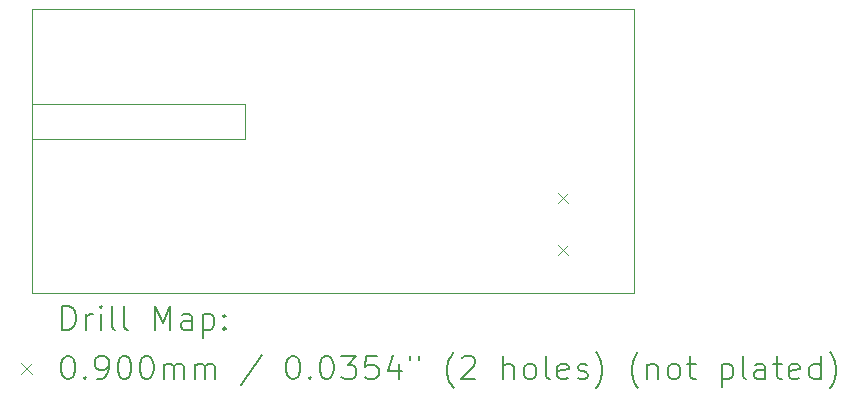
<source format=gbr>
%TF.GenerationSoftware,KiCad,Pcbnew,8.0.6*%
%TF.CreationDate,2025-02-18T13:58:59+01:00*%
%TF.ProjectId,DifferentialProbe,44696666-6572-4656-9e74-69616c50726f,rev?*%
%TF.SameCoordinates,Original*%
%TF.FileFunction,Drillmap*%
%TF.FilePolarity,Positive*%
%FSLAX45Y45*%
G04 Gerber Fmt 4.5, Leading zero omitted, Abs format (unit mm)*
G04 Created by KiCad (PCBNEW 8.0.6) date 2025-02-18 13:58:59*
%MOMM*%
%LPD*%
G01*
G04 APERTURE LIST*
%ADD10C,0.050000*%
%ADD11C,0.200000*%
%ADD12C,0.100000*%
G04 APERTURE END LIST*
D10*
X9200000Y-8100000D02*
X14300000Y-8100000D01*
X14300000Y-10500000D01*
X9200000Y-10500000D01*
X9200000Y-8100000D01*
X9200000Y-9200000D02*
X11000000Y-9200000D01*
X11000000Y-8900000D02*
X11000000Y-9200000D01*
X9200000Y-8900000D02*
X11000000Y-8900000D01*
D11*
D12*
X13652500Y-9655000D02*
X13742500Y-9745000D01*
X13742500Y-9655000D02*
X13652500Y-9745000D01*
X13652500Y-10095000D02*
X13742500Y-10185000D01*
X13742500Y-10095000D02*
X13652500Y-10185000D01*
D11*
X9458277Y-10813984D02*
X9458277Y-10613984D01*
X9458277Y-10613984D02*
X9505896Y-10613984D01*
X9505896Y-10613984D02*
X9534467Y-10623508D01*
X9534467Y-10623508D02*
X9553515Y-10642555D01*
X9553515Y-10642555D02*
X9563039Y-10661603D01*
X9563039Y-10661603D02*
X9572563Y-10699698D01*
X9572563Y-10699698D02*
X9572563Y-10728270D01*
X9572563Y-10728270D02*
X9563039Y-10766365D01*
X9563039Y-10766365D02*
X9553515Y-10785412D01*
X9553515Y-10785412D02*
X9534467Y-10804460D01*
X9534467Y-10804460D02*
X9505896Y-10813984D01*
X9505896Y-10813984D02*
X9458277Y-10813984D01*
X9658277Y-10813984D02*
X9658277Y-10680650D01*
X9658277Y-10718746D02*
X9667801Y-10699698D01*
X9667801Y-10699698D02*
X9677324Y-10690174D01*
X9677324Y-10690174D02*
X9696372Y-10680650D01*
X9696372Y-10680650D02*
X9715420Y-10680650D01*
X9782086Y-10813984D02*
X9782086Y-10680650D01*
X9782086Y-10613984D02*
X9772563Y-10623508D01*
X9772563Y-10623508D02*
X9782086Y-10633031D01*
X9782086Y-10633031D02*
X9791610Y-10623508D01*
X9791610Y-10623508D02*
X9782086Y-10613984D01*
X9782086Y-10613984D02*
X9782086Y-10633031D01*
X9905896Y-10813984D02*
X9886848Y-10804460D01*
X9886848Y-10804460D02*
X9877324Y-10785412D01*
X9877324Y-10785412D02*
X9877324Y-10613984D01*
X10010658Y-10813984D02*
X9991610Y-10804460D01*
X9991610Y-10804460D02*
X9982086Y-10785412D01*
X9982086Y-10785412D02*
X9982086Y-10613984D01*
X10239229Y-10813984D02*
X10239229Y-10613984D01*
X10239229Y-10613984D02*
X10305896Y-10756841D01*
X10305896Y-10756841D02*
X10372563Y-10613984D01*
X10372563Y-10613984D02*
X10372563Y-10813984D01*
X10553515Y-10813984D02*
X10553515Y-10709222D01*
X10553515Y-10709222D02*
X10543991Y-10690174D01*
X10543991Y-10690174D02*
X10524944Y-10680650D01*
X10524944Y-10680650D02*
X10486848Y-10680650D01*
X10486848Y-10680650D02*
X10467801Y-10690174D01*
X10553515Y-10804460D02*
X10534467Y-10813984D01*
X10534467Y-10813984D02*
X10486848Y-10813984D01*
X10486848Y-10813984D02*
X10467801Y-10804460D01*
X10467801Y-10804460D02*
X10458277Y-10785412D01*
X10458277Y-10785412D02*
X10458277Y-10766365D01*
X10458277Y-10766365D02*
X10467801Y-10747317D01*
X10467801Y-10747317D02*
X10486848Y-10737793D01*
X10486848Y-10737793D02*
X10534467Y-10737793D01*
X10534467Y-10737793D02*
X10553515Y-10728270D01*
X10648753Y-10680650D02*
X10648753Y-10880650D01*
X10648753Y-10690174D02*
X10667801Y-10680650D01*
X10667801Y-10680650D02*
X10705896Y-10680650D01*
X10705896Y-10680650D02*
X10724944Y-10690174D01*
X10724944Y-10690174D02*
X10734467Y-10699698D01*
X10734467Y-10699698D02*
X10743991Y-10718746D01*
X10743991Y-10718746D02*
X10743991Y-10775889D01*
X10743991Y-10775889D02*
X10734467Y-10794936D01*
X10734467Y-10794936D02*
X10724944Y-10804460D01*
X10724944Y-10804460D02*
X10705896Y-10813984D01*
X10705896Y-10813984D02*
X10667801Y-10813984D01*
X10667801Y-10813984D02*
X10648753Y-10804460D01*
X10829705Y-10794936D02*
X10839229Y-10804460D01*
X10839229Y-10804460D02*
X10829705Y-10813984D01*
X10829705Y-10813984D02*
X10820182Y-10804460D01*
X10820182Y-10804460D02*
X10829705Y-10794936D01*
X10829705Y-10794936D02*
X10829705Y-10813984D01*
X10829705Y-10690174D02*
X10839229Y-10699698D01*
X10839229Y-10699698D02*
X10829705Y-10709222D01*
X10829705Y-10709222D02*
X10820182Y-10699698D01*
X10820182Y-10699698D02*
X10829705Y-10690174D01*
X10829705Y-10690174D02*
X10829705Y-10709222D01*
D12*
X9107500Y-11097500D02*
X9197500Y-11187500D01*
X9197500Y-11097500D02*
X9107500Y-11187500D01*
D11*
X9496372Y-11033984D02*
X9515420Y-11033984D01*
X9515420Y-11033984D02*
X9534467Y-11043508D01*
X9534467Y-11043508D02*
X9543991Y-11053031D01*
X9543991Y-11053031D02*
X9553515Y-11072079D01*
X9553515Y-11072079D02*
X9563039Y-11110174D01*
X9563039Y-11110174D02*
X9563039Y-11157793D01*
X9563039Y-11157793D02*
X9553515Y-11195888D01*
X9553515Y-11195888D02*
X9543991Y-11214936D01*
X9543991Y-11214936D02*
X9534467Y-11224460D01*
X9534467Y-11224460D02*
X9515420Y-11233984D01*
X9515420Y-11233984D02*
X9496372Y-11233984D01*
X9496372Y-11233984D02*
X9477324Y-11224460D01*
X9477324Y-11224460D02*
X9467801Y-11214936D01*
X9467801Y-11214936D02*
X9458277Y-11195888D01*
X9458277Y-11195888D02*
X9448753Y-11157793D01*
X9448753Y-11157793D02*
X9448753Y-11110174D01*
X9448753Y-11110174D02*
X9458277Y-11072079D01*
X9458277Y-11072079D02*
X9467801Y-11053031D01*
X9467801Y-11053031D02*
X9477324Y-11043508D01*
X9477324Y-11043508D02*
X9496372Y-11033984D01*
X9648753Y-11214936D02*
X9658277Y-11224460D01*
X9658277Y-11224460D02*
X9648753Y-11233984D01*
X9648753Y-11233984D02*
X9639229Y-11224460D01*
X9639229Y-11224460D02*
X9648753Y-11214936D01*
X9648753Y-11214936D02*
X9648753Y-11233984D01*
X9753515Y-11233984D02*
X9791610Y-11233984D01*
X9791610Y-11233984D02*
X9810658Y-11224460D01*
X9810658Y-11224460D02*
X9820182Y-11214936D01*
X9820182Y-11214936D02*
X9839229Y-11186365D01*
X9839229Y-11186365D02*
X9848753Y-11148270D01*
X9848753Y-11148270D02*
X9848753Y-11072079D01*
X9848753Y-11072079D02*
X9839229Y-11053031D01*
X9839229Y-11053031D02*
X9829705Y-11043508D01*
X9829705Y-11043508D02*
X9810658Y-11033984D01*
X9810658Y-11033984D02*
X9772563Y-11033984D01*
X9772563Y-11033984D02*
X9753515Y-11043508D01*
X9753515Y-11043508D02*
X9743991Y-11053031D01*
X9743991Y-11053031D02*
X9734467Y-11072079D01*
X9734467Y-11072079D02*
X9734467Y-11119698D01*
X9734467Y-11119698D02*
X9743991Y-11138746D01*
X9743991Y-11138746D02*
X9753515Y-11148270D01*
X9753515Y-11148270D02*
X9772563Y-11157793D01*
X9772563Y-11157793D02*
X9810658Y-11157793D01*
X9810658Y-11157793D02*
X9829705Y-11148270D01*
X9829705Y-11148270D02*
X9839229Y-11138746D01*
X9839229Y-11138746D02*
X9848753Y-11119698D01*
X9972563Y-11033984D02*
X9991610Y-11033984D01*
X9991610Y-11033984D02*
X10010658Y-11043508D01*
X10010658Y-11043508D02*
X10020182Y-11053031D01*
X10020182Y-11053031D02*
X10029705Y-11072079D01*
X10029705Y-11072079D02*
X10039229Y-11110174D01*
X10039229Y-11110174D02*
X10039229Y-11157793D01*
X10039229Y-11157793D02*
X10029705Y-11195888D01*
X10029705Y-11195888D02*
X10020182Y-11214936D01*
X10020182Y-11214936D02*
X10010658Y-11224460D01*
X10010658Y-11224460D02*
X9991610Y-11233984D01*
X9991610Y-11233984D02*
X9972563Y-11233984D01*
X9972563Y-11233984D02*
X9953515Y-11224460D01*
X9953515Y-11224460D02*
X9943991Y-11214936D01*
X9943991Y-11214936D02*
X9934467Y-11195888D01*
X9934467Y-11195888D02*
X9924944Y-11157793D01*
X9924944Y-11157793D02*
X9924944Y-11110174D01*
X9924944Y-11110174D02*
X9934467Y-11072079D01*
X9934467Y-11072079D02*
X9943991Y-11053031D01*
X9943991Y-11053031D02*
X9953515Y-11043508D01*
X9953515Y-11043508D02*
X9972563Y-11033984D01*
X10163039Y-11033984D02*
X10182086Y-11033984D01*
X10182086Y-11033984D02*
X10201134Y-11043508D01*
X10201134Y-11043508D02*
X10210658Y-11053031D01*
X10210658Y-11053031D02*
X10220182Y-11072079D01*
X10220182Y-11072079D02*
X10229705Y-11110174D01*
X10229705Y-11110174D02*
X10229705Y-11157793D01*
X10229705Y-11157793D02*
X10220182Y-11195888D01*
X10220182Y-11195888D02*
X10210658Y-11214936D01*
X10210658Y-11214936D02*
X10201134Y-11224460D01*
X10201134Y-11224460D02*
X10182086Y-11233984D01*
X10182086Y-11233984D02*
X10163039Y-11233984D01*
X10163039Y-11233984D02*
X10143991Y-11224460D01*
X10143991Y-11224460D02*
X10134467Y-11214936D01*
X10134467Y-11214936D02*
X10124944Y-11195888D01*
X10124944Y-11195888D02*
X10115420Y-11157793D01*
X10115420Y-11157793D02*
X10115420Y-11110174D01*
X10115420Y-11110174D02*
X10124944Y-11072079D01*
X10124944Y-11072079D02*
X10134467Y-11053031D01*
X10134467Y-11053031D02*
X10143991Y-11043508D01*
X10143991Y-11043508D02*
X10163039Y-11033984D01*
X10315420Y-11233984D02*
X10315420Y-11100650D01*
X10315420Y-11119698D02*
X10324944Y-11110174D01*
X10324944Y-11110174D02*
X10343991Y-11100650D01*
X10343991Y-11100650D02*
X10372563Y-11100650D01*
X10372563Y-11100650D02*
X10391610Y-11110174D01*
X10391610Y-11110174D02*
X10401134Y-11129222D01*
X10401134Y-11129222D02*
X10401134Y-11233984D01*
X10401134Y-11129222D02*
X10410658Y-11110174D01*
X10410658Y-11110174D02*
X10429705Y-11100650D01*
X10429705Y-11100650D02*
X10458277Y-11100650D01*
X10458277Y-11100650D02*
X10477325Y-11110174D01*
X10477325Y-11110174D02*
X10486848Y-11129222D01*
X10486848Y-11129222D02*
X10486848Y-11233984D01*
X10582086Y-11233984D02*
X10582086Y-11100650D01*
X10582086Y-11119698D02*
X10591610Y-11110174D01*
X10591610Y-11110174D02*
X10610658Y-11100650D01*
X10610658Y-11100650D02*
X10639229Y-11100650D01*
X10639229Y-11100650D02*
X10658277Y-11110174D01*
X10658277Y-11110174D02*
X10667801Y-11129222D01*
X10667801Y-11129222D02*
X10667801Y-11233984D01*
X10667801Y-11129222D02*
X10677325Y-11110174D01*
X10677325Y-11110174D02*
X10696372Y-11100650D01*
X10696372Y-11100650D02*
X10724944Y-11100650D01*
X10724944Y-11100650D02*
X10743991Y-11110174D01*
X10743991Y-11110174D02*
X10753515Y-11129222D01*
X10753515Y-11129222D02*
X10753515Y-11233984D01*
X11143991Y-11024460D02*
X10972563Y-11281603D01*
X11401134Y-11033984D02*
X11420182Y-11033984D01*
X11420182Y-11033984D02*
X11439229Y-11043508D01*
X11439229Y-11043508D02*
X11448753Y-11053031D01*
X11448753Y-11053031D02*
X11458277Y-11072079D01*
X11458277Y-11072079D02*
X11467801Y-11110174D01*
X11467801Y-11110174D02*
X11467801Y-11157793D01*
X11467801Y-11157793D02*
X11458277Y-11195888D01*
X11458277Y-11195888D02*
X11448753Y-11214936D01*
X11448753Y-11214936D02*
X11439229Y-11224460D01*
X11439229Y-11224460D02*
X11420182Y-11233984D01*
X11420182Y-11233984D02*
X11401134Y-11233984D01*
X11401134Y-11233984D02*
X11382086Y-11224460D01*
X11382086Y-11224460D02*
X11372563Y-11214936D01*
X11372563Y-11214936D02*
X11363039Y-11195888D01*
X11363039Y-11195888D02*
X11353515Y-11157793D01*
X11353515Y-11157793D02*
X11353515Y-11110174D01*
X11353515Y-11110174D02*
X11363039Y-11072079D01*
X11363039Y-11072079D02*
X11372563Y-11053031D01*
X11372563Y-11053031D02*
X11382086Y-11043508D01*
X11382086Y-11043508D02*
X11401134Y-11033984D01*
X11553515Y-11214936D02*
X11563039Y-11224460D01*
X11563039Y-11224460D02*
X11553515Y-11233984D01*
X11553515Y-11233984D02*
X11543991Y-11224460D01*
X11543991Y-11224460D02*
X11553515Y-11214936D01*
X11553515Y-11214936D02*
X11553515Y-11233984D01*
X11686848Y-11033984D02*
X11705896Y-11033984D01*
X11705896Y-11033984D02*
X11724944Y-11043508D01*
X11724944Y-11043508D02*
X11734467Y-11053031D01*
X11734467Y-11053031D02*
X11743991Y-11072079D01*
X11743991Y-11072079D02*
X11753515Y-11110174D01*
X11753515Y-11110174D02*
X11753515Y-11157793D01*
X11753515Y-11157793D02*
X11743991Y-11195888D01*
X11743991Y-11195888D02*
X11734467Y-11214936D01*
X11734467Y-11214936D02*
X11724944Y-11224460D01*
X11724944Y-11224460D02*
X11705896Y-11233984D01*
X11705896Y-11233984D02*
X11686848Y-11233984D01*
X11686848Y-11233984D02*
X11667801Y-11224460D01*
X11667801Y-11224460D02*
X11658277Y-11214936D01*
X11658277Y-11214936D02*
X11648753Y-11195888D01*
X11648753Y-11195888D02*
X11639229Y-11157793D01*
X11639229Y-11157793D02*
X11639229Y-11110174D01*
X11639229Y-11110174D02*
X11648753Y-11072079D01*
X11648753Y-11072079D02*
X11658277Y-11053031D01*
X11658277Y-11053031D02*
X11667801Y-11043508D01*
X11667801Y-11043508D02*
X11686848Y-11033984D01*
X11820182Y-11033984D02*
X11943991Y-11033984D01*
X11943991Y-11033984D02*
X11877325Y-11110174D01*
X11877325Y-11110174D02*
X11905896Y-11110174D01*
X11905896Y-11110174D02*
X11924944Y-11119698D01*
X11924944Y-11119698D02*
X11934467Y-11129222D01*
X11934467Y-11129222D02*
X11943991Y-11148270D01*
X11943991Y-11148270D02*
X11943991Y-11195888D01*
X11943991Y-11195888D02*
X11934467Y-11214936D01*
X11934467Y-11214936D02*
X11924944Y-11224460D01*
X11924944Y-11224460D02*
X11905896Y-11233984D01*
X11905896Y-11233984D02*
X11848753Y-11233984D01*
X11848753Y-11233984D02*
X11829706Y-11224460D01*
X11829706Y-11224460D02*
X11820182Y-11214936D01*
X12124944Y-11033984D02*
X12029706Y-11033984D01*
X12029706Y-11033984D02*
X12020182Y-11129222D01*
X12020182Y-11129222D02*
X12029706Y-11119698D01*
X12029706Y-11119698D02*
X12048753Y-11110174D01*
X12048753Y-11110174D02*
X12096372Y-11110174D01*
X12096372Y-11110174D02*
X12115420Y-11119698D01*
X12115420Y-11119698D02*
X12124944Y-11129222D01*
X12124944Y-11129222D02*
X12134467Y-11148270D01*
X12134467Y-11148270D02*
X12134467Y-11195888D01*
X12134467Y-11195888D02*
X12124944Y-11214936D01*
X12124944Y-11214936D02*
X12115420Y-11224460D01*
X12115420Y-11224460D02*
X12096372Y-11233984D01*
X12096372Y-11233984D02*
X12048753Y-11233984D01*
X12048753Y-11233984D02*
X12029706Y-11224460D01*
X12029706Y-11224460D02*
X12020182Y-11214936D01*
X12305896Y-11100650D02*
X12305896Y-11233984D01*
X12258277Y-11024460D02*
X12210658Y-11167317D01*
X12210658Y-11167317D02*
X12334467Y-11167317D01*
X12401134Y-11033984D02*
X12401134Y-11072079D01*
X12477325Y-11033984D02*
X12477325Y-11072079D01*
X12772563Y-11310174D02*
X12763039Y-11300650D01*
X12763039Y-11300650D02*
X12743991Y-11272079D01*
X12743991Y-11272079D02*
X12734468Y-11253031D01*
X12734468Y-11253031D02*
X12724944Y-11224460D01*
X12724944Y-11224460D02*
X12715420Y-11176841D01*
X12715420Y-11176841D02*
X12715420Y-11138746D01*
X12715420Y-11138746D02*
X12724944Y-11091127D01*
X12724944Y-11091127D02*
X12734468Y-11062555D01*
X12734468Y-11062555D02*
X12743991Y-11043508D01*
X12743991Y-11043508D02*
X12763039Y-11014936D01*
X12763039Y-11014936D02*
X12772563Y-11005412D01*
X12839229Y-11053031D02*
X12848753Y-11043508D01*
X12848753Y-11043508D02*
X12867801Y-11033984D01*
X12867801Y-11033984D02*
X12915420Y-11033984D01*
X12915420Y-11033984D02*
X12934468Y-11043508D01*
X12934468Y-11043508D02*
X12943991Y-11053031D01*
X12943991Y-11053031D02*
X12953515Y-11072079D01*
X12953515Y-11072079D02*
X12953515Y-11091127D01*
X12953515Y-11091127D02*
X12943991Y-11119698D01*
X12943991Y-11119698D02*
X12829706Y-11233984D01*
X12829706Y-11233984D02*
X12953515Y-11233984D01*
X13191610Y-11233984D02*
X13191610Y-11033984D01*
X13277325Y-11233984D02*
X13277325Y-11129222D01*
X13277325Y-11129222D02*
X13267801Y-11110174D01*
X13267801Y-11110174D02*
X13248753Y-11100650D01*
X13248753Y-11100650D02*
X13220182Y-11100650D01*
X13220182Y-11100650D02*
X13201134Y-11110174D01*
X13201134Y-11110174D02*
X13191610Y-11119698D01*
X13401134Y-11233984D02*
X13382087Y-11224460D01*
X13382087Y-11224460D02*
X13372563Y-11214936D01*
X13372563Y-11214936D02*
X13363039Y-11195888D01*
X13363039Y-11195888D02*
X13363039Y-11138746D01*
X13363039Y-11138746D02*
X13372563Y-11119698D01*
X13372563Y-11119698D02*
X13382087Y-11110174D01*
X13382087Y-11110174D02*
X13401134Y-11100650D01*
X13401134Y-11100650D02*
X13429706Y-11100650D01*
X13429706Y-11100650D02*
X13448753Y-11110174D01*
X13448753Y-11110174D02*
X13458277Y-11119698D01*
X13458277Y-11119698D02*
X13467801Y-11138746D01*
X13467801Y-11138746D02*
X13467801Y-11195888D01*
X13467801Y-11195888D02*
X13458277Y-11214936D01*
X13458277Y-11214936D02*
X13448753Y-11224460D01*
X13448753Y-11224460D02*
X13429706Y-11233984D01*
X13429706Y-11233984D02*
X13401134Y-11233984D01*
X13582087Y-11233984D02*
X13563039Y-11224460D01*
X13563039Y-11224460D02*
X13553515Y-11205412D01*
X13553515Y-11205412D02*
X13553515Y-11033984D01*
X13734468Y-11224460D02*
X13715420Y-11233984D01*
X13715420Y-11233984D02*
X13677325Y-11233984D01*
X13677325Y-11233984D02*
X13658277Y-11224460D01*
X13658277Y-11224460D02*
X13648753Y-11205412D01*
X13648753Y-11205412D02*
X13648753Y-11129222D01*
X13648753Y-11129222D02*
X13658277Y-11110174D01*
X13658277Y-11110174D02*
X13677325Y-11100650D01*
X13677325Y-11100650D02*
X13715420Y-11100650D01*
X13715420Y-11100650D02*
X13734468Y-11110174D01*
X13734468Y-11110174D02*
X13743991Y-11129222D01*
X13743991Y-11129222D02*
X13743991Y-11148270D01*
X13743991Y-11148270D02*
X13648753Y-11167317D01*
X13820182Y-11224460D02*
X13839230Y-11233984D01*
X13839230Y-11233984D02*
X13877325Y-11233984D01*
X13877325Y-11233984D02*
X13896372Y-11224460D01*
X13896372Y-11224460D02*
X13905896Y-11205412D01*
X13905896Y-11205412D02*
X13905896Y-11195888D01*
X13905896Y-11195888D02*
X13896372Y-11176841D01*
X13896372Y-11176841D02*
X13877325Y-11167317D01*
X13877325Y-11167317D02*
X13848753Y-11167317D01*
X13848753Y-11167317D02*
X13829706Y-11157793D01*
X13829706Y-11157793D02*
X13820182Y-11138746D01*
X13820182Y-11138746D02*
X13820182Y-11129222D01*
X13820182Y-11129222D02*
X13829706Y-11110174D01*
X13829706Y-11110174D02*
X13848753Y-11100650D01*
X13848753Y-11100650D02*
X13877325Y-11100650D01*
X13877325Y-11100650D02*
X13896372Y-11110174D01*
X13972563Y-11310174D02*
X13982087Y-11300650D01*
X13982087Y-11300650D02*
X14001134Y-11272079D01*
X14001134Y-11272079D02*
X14010658Y-11253031D01*
X14010658Y-11253031D02*
X14020182Y-11224460D01*
X14020182Y-11224460D02*
X14029706Y-11176841D01*
X14029706Y-11176841D02*
X14029706Y-11138746D01*
X14029706Y-11138746D02*
X14020182Y-11091127D01*
X14020182Y-11091127D02*
X14010658Y-11062555D01*
X14010658Y-11062555D02*
X14001134Y-11043508D01*
X14001134Y-11043508D02*
X13982087Y-11014936D01*
X13982087Y-11014936D02*
X13972563Y-11005412D01*
X14334468Y-11310174D02*
X14324944Y-11300650D01*
X14324944Y-11300650D02*
X14305896Y-11272079D01*
X14305896Y-11272079D02*
X14296372Y-11253031D01*
X14296372Y-11253031D02*
X14286849Y-11224460D01*
X14286849Y-11224460D02*
X14277325Y-11176841D01*
X14277325Y-11176841D02*
X14277325Y-11138746D01*
X14277325Y-11138746D02*
X14286849Y-11091127D01*
X14286849Y-11091127D02*
X14296372Y-11062555D01*
X14296372Y-11062555D02*
X14305896Y-11043508D01*
X14305896Y-11043508D02*
X14324944Y-11014936D01*
X14324944Y-11014936D02*
X14334468Y-11005412D01*
X14410658Y-11100650D02*
X14410658Y-11233984D01*
X14410658Y-11119698D02*
X14420182Y-11110174D01*
X14420182Y-11110174D02*
X14439230Y-11100650D01*
X14439230Y-11100650D02*
X14467801Y-11100650D01*
X14467801Y-11100650D02*
X14486849Y-11110174D01*
X14486849Y-11110174D02*
X14496372Y-11129222D01*
X14496372Y-11129222D02*
X14496372Y-11233984D01*
X14620182Y-11233984D02*
X14601134Y-11224460D01*
X14601134Y-11224460D02*
X14591611Y-11214936D01*
X14591611Y-11214936D02*
X14582087Y-11195888D01*
X14582087Y-11195888D02*
X14582087Y-11138746D01*
X14582087Y-11138746D02*
X14591611Y-11119698D01*
X14591611Y-11119698D02*
X14601134Y-11110174D01*
X14601134Y-11110174D02*
X14620182Y-11100650D01*
X14620182Y-11100650D02*
X14648753Y-11100650D01*
X14648753Y-11100650D02*
X14667801Y-11110174D01*
X14667801Y-11110174D02*
X14677325Y-11119698D01*
X14677325Y-11119698D02*
X14686849Y-11138746D01*
X14686849Y-11138746D02*
X14686849Y-11195888D01*
X14686849Y-11195888D02*
X14677325Y-11214936D01*
X14677325Y-11214936D02*
X14667801Y-11224460D01*
X14667801Y-11224460D02*
X14648753Y-11233984D01*
X14648753Y-11233984D02*
X14620182Y-11233984D01*
X14743992Y-11100650D02*
X14820182Y-11100650D01*
X14772563Y-11033984D02*
X14772563Y-11205412D01*
X14772563Y-11205412D02*
X14782087Y-11224460D01*
X14782087Y-11224460D02*
X14801134Y-11233984D01*
X14801134Y-11233984D02*
X14820182Y-11233984D01*
X15039230Y-11100650D02*
X15039230Y-11300650D01*
X15039230Y-11110174D02*
X15058277Y-11100650D01*
X15058277Y-11100650D02*
X15096373Y-11100650D01*
X15096373Y-11100650D02*
X15115420Y-11110174D01*
X15115420Y-11110174D02*
X15124944Y-11119698D01*
X15124944Y-11119698D02*
X15134468Y-11138746D01*
X15134468Y-11138746D02*
X15134468Y-11195888D01*
X15134468Y-11195888D02*
X15124944Y-11214936D01*
X15124944Y-11214936D02*
X15115420Y-11224460D01*
X15115420Y-11224460D02*
X15096373Y-11233984D01*
X15096373Y-11233984D02*
X15058277Y-11233984D01*
X15058277Y-11233984D02*
X15039230Y-11224460D01*
X15248753Y-11233984D02*
X15229706Y-11224460D01*
X15229706Y-11224460D02*
X15220182Y-11205412D01*
X15220182Y-11205412D02*
X15220182Y-11033984D01*
X15410658Y-11233984D02*
X15410658Y-11129222D01*
X15410658Y-11129222D02*
X15401134Y-11110174D01*
X15401134Y-11110174D02*
X15382087Y-11100650D01*
X15382087Y-11100650D02*
X15343992Y-11100650D01*
X15343992Y-11100650D02*
X15324944Y-11110174D01*
X15410658Y-11224460D02*
X15391611Y-11233984D01*
X15391611Y-11233984D02*
X15343992Y-11233984D01*
X15343992Y-11233984D02*
X15324944Y-11224460D01*
X15324944Y-11224460D02*
X15315420Y-11205412D01*
X15315420Y-11205412D02*
X15315420Y-11186365D01*
X15315420Y-11186365D02*
X15324944Y-11167317D01*
X15324944Y-11167317D02*
X15343992Y-11157793D01*
X15343992Y-11157793D02*
X15391611Y-11157793D01*
X15391611Y-11157793D02*
X15410658Y-11148270D01*
X15477325Y-11100650D02*
X15553515Y-11100650D01*
X15505896Y-11033984D02*
X15505896Y-11205412D01*
X15505896Y-11205412D02*
X15515420Y-11224460D01*
X15515420Y-11224460D02*
X15534468Y-11233984D01*
X15534468Y-11233984D02*
X15553515Y-11233984D01*
X15696373Y-11224460D02*
X15677325Y-11233984D01*
X15677325Y-11233984D02*
X15639230Y-11233984D01*
X15639230Y-11233984D02*
X15620182Y-11224460D01*
X15620182Y-11224460D02*
X15610658Y-11205412D01*
X15610658Y-11205412D02*
X15610658Y-11129222D01*
X15610658Y-11129222D02*
X15620182Y-11110174D01*
X15620182Y-11110174D02*
X15639230Y-11100650D01*
X15639230Y-11100650D02*
X15677325Y-11100650D01*
X15677325Y-11100650D02*
X15696373Y-11110174D01*
X15696373Y-11110174D02*
X15705896Y-11129222D01*
X15705896Y-11129222D02*
X15705896Y-11148270D01*
X15705896Y-11148270D02*
X15610658Y-11167317D01*
X15877325Y-11233984D02*
X15877325Y-11033984D01*
X15877325Y-11224460D02*
X15858277Y-11233984D01*
X15858277Y-11233984D02*
X15820182Y-11233984D01*
X15820182Y-11233984D02*
X15801134Y-11224460D01*
X15801134Y-11224460D02*
X15791611Y-11214936D01*
X15791611Y-11214936D02*
X15782087Y-11195888D01*
X15782087Y-11195888D02*
X15782087Y-11138746D01*
X15782087Y-11138746D02*
X15791611Y-11119698D01*
X15791611Y-11119698D02*
X15801134Y-11110174D01*
X15801134Y-11110174D02*
X15820182Y-11100650D01*
X15820182Y-11100650D02*
X15858277Y-11100650D01*
X15858277Y-11100650D02*
X15877325Y-11110174D01*
X15953515Y-11310174D02*
X15963039Y-11300650D01*
X15963039Y-11300650D02*
X15982087Y-11272079D01*
X15982087Y-11272079D02*
X15991611Y-11253031D01*
X15991611Y-11253031D02*
X16001134Y-11224460D01*
X16001134Y-11224460D02*
X16010658Y-11176841D01*
X16010658Y-11176841D02*
X16010658Y-11138746D01*
X16010658Y-11138746D02*
X16001134Y-11091127D01*
X16001134Y-11091127D02*
X15991611Y-11062555D01*
X15991611Y-11062555D02*
X15982087Y-11043508D01*
X15982087Y-11043508D02*
X15963039Y-11014936D01*
X15963039Y-11014936D02*
X15953515Y-11005412D01*
M02*

</source>
